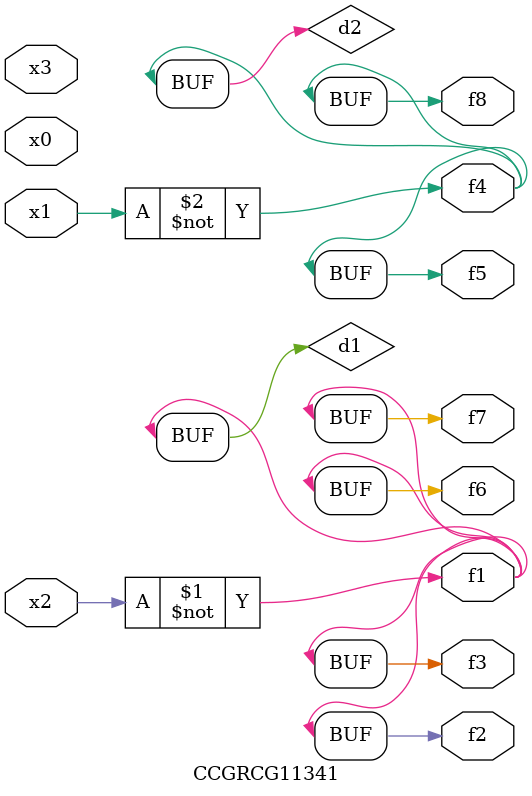
<source format=v>
module CCGRCG11341(
	input x0, x1, x2, x3,
	output f1, f2, f3, f4, f5, f6, f7, f8
);

	wire d1, d2;

	xnor (d1, x2);
	not (d2, x1);
	assign f1 = d1;
	assign f2 = d1;
	assign f3 = d1;
	assign f4 = d2;
	assign f5 = d2;
	assign f6 = d1;
	assign f7 = d1;
	assign f8 = d2;
endmodule

</source>
